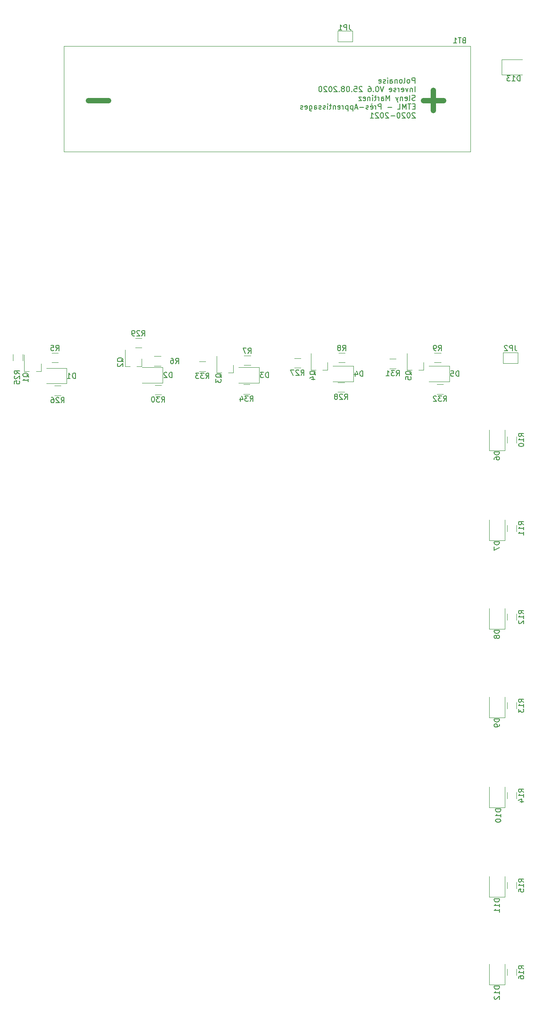
<source format=gbo>
G04 #@! TF.GenerationSoftware,KiCad,Pcbnew,(5.1.6)-1*
G04 #@! TF.CreationDate,2020-08-25T11:11:56+02:00*
G04 #@! TF.ProjectId,projet,70726f6a-6574-42e6-9b69-6361645f7063,rev?*
G04 #@! TF.SameCoordinates,Original*
G04 #@! TF.FileFunction,Legend,Bot*
G04 #@! TF.FilePolarity,Positive*
%FSLAX46Y46*%
G04 Gerber Fmt 4.6, Leading zero omitted, Abs format (unit mm)*
G04 Created by KiCad (PCBNEW (5.1.6)-1) date 2020-08-25 11:11:56*
%MOMM*%
%LPD*%
G01*
G04 APERTURE LIST*
%ADD10C,0.150000*%
%ADD11C,0.120000*%
%ADD12C,1.000000*%
G04 APERTURE END LIST*
D10*
X129458404Y-32966380D02*
X129458404Y-31966380D01*
X129077452Y-31966380D01*
X128982214Y-32014000D01*
X128934595Y-32061619D01*
X128886976Y-32156857D01*
X128886976Y-32299714D01*
X128934595Y-32394952D01*
X128982214Y-32442571D01*
X129077452Y-32490190D01*
X129458404Y-32490190D01*
X128315547Y-32966380D02*
X128410785Y-32918761D01*
X128458404Y-32871142D01*
X128506023Y-32775904D01*
X128506023Y-32490190D01*
X128458404Y-32394952D01*
X128410785Y-32347333D01*
X128315547Y-32299714D01*
X128172690Y-32299714D01*
X128077452Y-32347333D01*
X128029833Y-32394952D01*
X127982214Y-32490190D01*
X127982214Y-32775904D01*
X128029833Y-32871142D01*
X128077452Y-32918761D01*
X128172690Y-32966380D01*
X128315547Y-32966380D01*
X127410785Y-32966380D02*
X127506023Y-32918761D01*
X127553642Y-32823523D01*
X127553642Y-31966380D01*
X126886976Y-32966380D02*
X126982214Y-32918761D01*
X127029833Y-32871142D01*
X127077452Y-32775904D01*
X127077452Y-32490190D01*
X127029833Y-32394952D01*
X126982214Y-32347333D01*
X126886976Y-32299714D01*
X126744119Y-32299714D01*
X126648880Y-32347333D01*
X126601261Y-32394952D01*
X126553642Y-32490190D01*
X126553642Y-32775904D01*
X126601261Y-32871142D01*
X126648880Y-32918761D01*
X126744119Y-32966380D01*
X126886976Y-32966380D01*
X126125071Y-32299714D02*
X126125071Y-32966380D01*
X126125071Y-32394952D02*
X126077452Y-32347333D01*
X125982214Y-32299714D01*
X125839357Y-32299714D01*
X125744119Y-32347333D01*
X125696500Y-32442571D01*
X125696500Y-32966380D01*
X124791738Y-32966380D02*
X124791738Y-32442571D01*
X124839357Y-32347333D01*
X124934595Y-32299714D01*
X125125071Y-32299714D01*
X125220309Y-32347333D01*
X124791738Y-32918761D02*
X124886976Y-32966380D01*
X125125071Y-32966380D01*
X125220309Y-32918761D01*
X125267928Y-32823523D01*
X125267928Y-32728285D01*
X125220309Y-32633047D01*
X125125071Y-32585428D01*
X124886976Y-32585428D01*
X124791738Y-32537809D01*
X124315547Y-32966380D02*
X124315547Y-32299714D01*
X124315547Y-31966380D02*
X124363166Y-32014000D01*
X124315547Y-32061619D01*
X124267928Y-32014000D01*
X124315547Y-31966380D01*
X124315547Y-32061619D01*
X123886976Y-32918761D02*
X123791738Y-32966380D01*
X123601261Y-32966380D01*
X123506023Y-32918761D01*
X123458404Y-32823523D01*
X123458404Y-32775904D01*
X123506023Y-32680666D01*
X123601261Y-32633047D01*
X123744119Y-32633047D01*
X123839357Y-32585428D01*
X123886976Y-32490190D01*
X123886976Y-32442571D01*
X123839357Y-32347333D01*
X123744119Y-32299714D01*
X123601261Y-32299714D01*
X123506023Y-32347333D01*
X122648880Y-32918761D02*
X122744119Y-32966380D01*
X122934595Y-32966380D01*
X123029833Y-32918761D01*
X123077452Y-32823523D01*
X123077452Y-32442571D01*
X123029833Y-32347333D01*
X122934595Y-32299714D01*
X122744119Y-32299714D01*
X122648880Y-32347333D01*
X122601261Y-32442571D01*
X122601261Y-32537809D01*
X123077452Y-32633047D01*
X129458404Y-34616380D02*
X129458404Y-33616380D01*
X128982214Y-33949714D02*
X128982214Y-34616380D01*
X128982214Y-34044952D02*
X128934595Y-33997333D01*
X128839357Y-33949714D01*
X128696500Y-33949714D01*
X128601261Y-33997333D01*
X128553642Y-34092571D01*
X128553642Y-34616380D01*
X128172690Y-33949714D02*
X127934595Y-34616380D01*
X127696500Y-33949714D01*
X126934595Y-34568761D02*
X127029833Y-34616380D01*
X127220309Y-34616380D01*
X127315547Y-34568761D01*
X127363166Y-34473523D01*
X127363166Y-34092571D01*
X127315547Y-33997333D01*
X127220309Y-33949714D01*
X127029833Y-33949714D01*
X126934595Y-33997333D01*
X126886976Y-34092571D01*
X126886976Y-34187809D01*
X127363166Y-34283047D01*
X126458404Y-34616380D02*
X126458404Y-33949714D01*
X126458404Y-34140190D02*
X126410785Y-34044952D01*
X126363166Y-33997333D01*
X126267928Y-33949714D01*
X126172690Y-33949714D01*
X125886976Y-34568761D02*
X125791738Y-34616380D01*
X125601261Y-34616380D01*
X125506023Y-34568761D01*
X125458404Y-34473523D01*
X125458404Y-34425904D01*
X125506023Y-34330666D01*
X125601261Y-34283047D01*
X125744119Y-34283047D01*
X125839357Y-34235428D01*
X125886976Y-34140190D01*
X125886976Y-34092571D01*
X125839357Y-33997333D01*
X125744119Y-33949714D01*
X125601261Y-33949714D01*
X125506023Y-33997333D01*
X124648880Y-34568761D02*
X124744119Y-34616380D01*
X124934595Y-34616380D01*
X125029833Y-34568761D01*
X125077452Y-34473523D01*
X125077452Y-34092571D01*
X125029833Y-33997333D01*
X124934595Y-33949714D01*
X124744119Y-33949714D01*
X124648880Y-33997333D01*
X124601261Y-34092571D01*
X124601261Y-34187809D01*
X125077452Y-34283047D01*
X123553642Y-33616380D02*
X123220309Y-34616380D01*
X122886976Y-33616380D01*
X122363166Y-33616380D02*
X122267928Y-33616380D01*
X122172690Y-33664000D01*
X122125071Y-33711619D01*
X122077452Y-33806857D01*
X122029833Y-33997333D01*
X122029833Y-34235428D01*
X122077452Y-34425904D01*
X122125071Y-34521142D01*
X122172690Y-34568761D01*
X122267928Y-34616380D01*
X122363166Y-34616380D01*
X122458404Y-34568761D01*
X122506023Y-34521142D01*
X122553642Y-34425904D01*
X122601261Y-34235428D01*
X122601261Y-33997333D01*
X122553642Y-33806857D01*
X122506023Y-33711619D01*
X122458404Y-33664000D01*
X122363166Y-33616380D01*
X121601261Y-34521142D02*
X121553642Y-34568761D01*
X121601261Y-34616380D01*
X121648880Y-34568761D01*
X121601261Y-34521142D01*
X121601261Y-34616380D01*
X120696500Y-33616380D02*
X120886976Y-33616380D01*
X120982214Y-33664000D01*
X121029833Y-33711619D01*
X121125071Y-33854476D01*
X121172690Y-34044952D01*
X121172690Y-34425904D01*
X121125071Y-34521142D01*
X121077452Y-34568761D01*
X120982214Y-34616380D01*
X120791738Y-34616380D01*
X120696500Y-34568761D01*
X120648880Y-34521142D01*
X120601261Y-34425904D01*
X120601261Y-34187809D01*
X120648880Y-34092571D01*
X120696500Y-34044952D01*
X120791738Y-33997333D01*
X120982214Y-33997333D01*
X121077452Y-34044952D01*
X121125071Y-34092571D01*
X121172690Y-34187809D01*
X119458404Y-33711619D02*
X119410785Y-33664000D01*
X119315547Y-33616380D01*
X119077452Y-33616380D01*
X118982214Y-33664000D01*
X118934595Y-33711619D01*
X118886976Y-33806857D01*
X118886976Y-33902095D01*
X118934595Y-34044952D01*
X119506023Y-34616380D01*
X118886976Y-34616380D01*
X117982214Y-33616380D02*
X118458404Y-33616380D01*
X118506023Y-34092571D01*
X118458404Y-34044952D01*
X118363166Y-33997333D01*
X118125071Y-33997333D01*
X118029833Y-34044952D01*
X117982214Y-34092571D01*
X117934595Y-34187809D01*
X117934595Y-34425904D01*
X117982214Y-34521142D01*
X118029833Y-34568761D01*
X118125071Y-34616380D01*
X118363166Y-34616380D01*
X118458404Y-34568761D01*
X118506023Y-34521142D01*
X117506023Y-34521142D02*
X117458404Y-34568761D01*
X117506023Y-34616380D01*
X117553642Y-34568761D01*
X117506023Y-34521142D01*
X117506023Y-34616380D01*
X116839357Y-33616380D02*
X116744119Y-33616380D01*
X116648880Y-33664000D01*
X116601261Y-33711619D01*
X116553642Y-33806857D01*
X116506023Y-33997333D01*
X116506023Y-34235428D01*
X116553642Y-34425904D01*
X116601261Y-34521142D01*
X116648880Y-34568761D01*
X116744119Y-34616380D01*
X116839357Y-34616380D01*
X116934595Y-34568761D01*
X116982214Y-34521142D01*
X117029833Y-34425904D01*
X117077452Y-34235428D01*
X117077452Y-33997333D01*
X117029833Y-33806857D01*
X116982214Y-33711619D01*
X116934595Y-33664000D01*
X116839357Y-33616380D01*
X115934595Y-34044952D02*
X116029833Y-33997333D01*
X116077452Y-33949714D01*
X116125071Y-33854476D01*
X116125071Y-33806857D01*
X116077452Y-33711619D01*
X116029833Y-33664000D01*
X115934595Y-33616380D01*
X115744119Y-33616380D01*
X115648880Y-33664000D01*
X115601261Y-33711619D01*
X115553642Y-33806857D01*
X115553642Y-33854476D01*
X115601261Y-33949714D01*
X115648880Y-33997333D01*
X115744119Y-34044952D01*
X115934595Y-34044952D01*
X116029833Y-34092571D01*
X116077452Y-34140190D01*
X116125071Y-34235428D01*
X116125071Y-34425904D01*
X116077452Y-34521142D01*
X116029833Y-34568761D01*
X115934595Y-34616380D01*
X115744119Y-34616380D01*
X115648880Y-34568761D01*
X115601261Y-34521142D01*
X115553642Y-34425904D01*
X115553642Y-34235428D01*
X115601261Y-34140190D01*
X115648880Y-34092571D01*
X115744119Y-34044952D01*
X115125071Y-34521142D02*
X115077452Y-34568761D01*
X115125071Y-34616380D01*
X115172690Y-34568761D01*
X115125071Y-34521142D01*
X115125071Y-34616380D01*
X114696500Y-33711619D02*
X114648880Y-33664000D01*
X114553642Y-33616380D01*
X114315547Y-33616380D01*
X114220309Y-33664000D01*
X114172690Y-33711619D01*
X114125071Y-33806857D01*
X114125071Y-33902095D01*
X114172690Y-34044952D01*
X114744119Y-34616380D01*
X114125071Y-34616380D01*
X113506023Y-33616380D02*
X113410785Y-33616380D01*
X113315547Y-33664000D01*
X113267928Y-33711619D01*
X113220309Y-33806857D01*
X113172690Y-33997333D01*
X113172690Y-34235428D01*
X113220309Y-34425904D01*
X113267928Y-34521142D01*
X113315547Y-34568761D01*
X113410785Y-34616380D01*
X113506023Y-34616380D01*
X113601261Y-34568761D01*
X113648880Y-34521142D01*
X113696500Y-34425904D01*
X113744119Y-34235428D01*
X113744119Y-33997333D01*
X113696500Y-33806857D01*
X113648880Y-33711619D01*
X113601261Y-33664000D01*
X113506023Y-33616380D01*
X112791738Y-33711619D02*
X112744119Y-33664000D01*
X112648880Y-33616380D01*
X112410785Y-33616380D01*
X112315547Y-33664000D01*
X112267928Y-33711619D01*
X112220309Y-33806857D01*
X112220309Y-33902095D01*
X112267928Y-34044952D01*
X112839357Y-34616380D01*
X112220309Y-34616380D01*
X111601261Y-33616380D02*
X111506023Y-33616380D01*
X111410785Y-33664000D01*
X111363166Y-33711619D01*
X111315547Y-33806857D01*
X111267928Y-33997333D01*
X111267928Y-34235428D01*
X111315547Y-34425904D01*
X111363166Y-34521142D01*
X111410785Y-34568761D01*
X111506023Y-34616380D01*
X111601261Y-34616380D01*
X111696500Y-34568761D01*
X111744119Y-34521142D01*
X111791738Y-34425904D01*
X111839357Y-34235428D01*
X111839357Y-33997333D01*
X111791738Y-33806857D01*
X111744119Y-33711619D01*
X111696500Y-33664000D01*
X111601261Y-33616380D01*
X129506023Y-36218761D02*
X129363166Y-36266380D01*
X129125071Y-36266380D01*
X129029833Y-36218761D01*
X128982214Y-36171142D01*
X128934595Y-36075904D01*
X128934595Y-35980666D01*
X128982214Y-35885428D01*
X129029833Y-35837809D01*
X129125071Y-35790190D01*
X129315547Y-35742571D01*
X129410785Y-35694952D01*
X129458404Y-35647333D01*
X129506023Y-35552095D01*
X129506023Y-35456857D01*
X129458404Y-35361619D01*
X129410785Y-35314000D01*
X129315547Y-35266380D01*
X129077452Y-35266380D01*
X128934595Y-35314000D01*
X128363166Y-36266380D02*
X128458404Y-36218761D01*
X128506023Y-36123523D01*
X128506023Y-35266380D01*
X127601261Y-36218761D02*
X127696500Y-36266380D01*
X127886976Y-36266380D01*
X127982214Y-36218761D01*
X128029833Y-36123523D01*
X128029833Y-35742571D01*
X127982214Y-35647333D01*
X127886976Y-35599714D01*
X127696500Y-35599714D01*
X127601261Y-35647333D01*
X127553642Y-35742571D01*
X127553642Y-35837809D01*
X128029833Y-35933047D01*
X127125071Y-35599714D02*
X127125071Y-36266380D01*
X127125071Y-35694952D02*
X127077452Y-35647333D01*
X126982214Y-35599714D01*
X126839357Y-35599714D01*
X126744119Y-35647333D01*
X126696500Y-35742571D01*
X126696500Y-36266380D01*
X126315547Y-35599714D02*
X126077452Y-36266380D01*
X125839357Y-35599714D02*
X126077452Y-36266380D01*
X126172690Y-36504476D01*
X126220309Y-36552095D01*
X126315547Y-36599714D01*
X124696500Y-36266380D02*
X124696500Y-35266380D01*
X124363166Y-35980666D01*
X124029833Y-35266380D01*
X124029833Y-36266380D01*
X123125071Y-36266380D02*
X123125071Y-35742571D01*
X123172690Y-35647333D01*
X123267928Y-35599714D01*
X123458404Y-35599714D01*
X123553642Y-35647333D01*
X123125071Y-36218761D02*
X123220309Y-36266380D01*
X123458404Y-36266380D01*
X123553642Y-36218761D01*
X123601261Y-36123523D01*
X123601261Y-36028285D01*
X123553642Y-35933047D01*
X123458404Y-35885428D01*
X123220309Y-35885428D01*
X123125071Y-35837809D01*
X122648880Y-36266380D02*
X122648880Y-35599714D01*
X122648880Y-35790190D02*
X122601261Y-35694952D01*
X122553642Y-35647333D01*
X122458404Y-35599714D01*
X122363166Y-35599714D01*
X122172690Y-35599714D02*
X121791738Y-35599714D01*
X122029833Y-35266380D02*
X122029833Y-36123523D01*
X121982214Y-36218761D01*
X121886976Y-36266380D01*
X121791738Y-36266380D01*
X121458404Y-36266380D02*
X121458404Y-35599714D01*
X121458404Y-35266380D02*
X121506023Y-35314000D01*
X121458404Y-35361619D01*
X121410785Y-35314000D01*
X121458404Y-35266380D01*
X121458404Y-35361619D01*
X120982214Y-35599714D02*
X120982214Y-36266380D01*
X120982214Y-35694952D02*
X120934595Y-35647333D01*
X120839357Y-35599714D01*
X120696500Y-35599714D01*
X120601261Y-35647333D01*
X120553642Y-35742571D01*
X120553642Y-36266380D01*
X119696500Y-36218761D02*
X119791738Y-36266380D01*
X119982214Y-36266380D01*
X120077452Y-36218761D01*
X120125071Y-36123523D01*
X120125071Y-35742571D01*
X120077452Y-35647333D01*
X119982214Y-35599714D01*
X119791738Y-35599714D01*
X119696500Y-35647333D01*
X119648880Y-35742571D01*
X119648880Y-35837809D01*
X120125071Y-35933047D01*
X119315547Y-35599714D02*
X118791738Y-35599714D01*
X119315547Y-36266380D01*
X118791738Y-36266380D01*
X129458404Y-37392571D02*
X129125071Y-37392571D01*
X128982214Y-37916380D02*
X129458404Y-37916380D01*
X129458404Y-36916380D01*
X128982214Y-36916380D01*
X128696500Y-36916380D02*
X128125071Y-36916380D01*
X128410785Y-37916380D02*
X128410785Y-36916380D01*
X127791738Y-37916380D02*
X127791738Y-36916380D01*
X127458404Y-37630666D01*
X127125071Y-36916380D01*
X127125071Y-37916380D01*
X126172690Y-37916380D02*
X126648880Y-37916380D01*
X126648880Y-36916380D01*
X125077452Y-37535428D02*
X124315547Y-37535428D01*
X123077452Y-37916380D02*
X123077452Y-36916380D01*
X122696500Y-36916380D01*
X122601261Y-36964000D01*
X122553642Y-37011619D01*
X122506023Y-37106857D01*
X122506023Y-37249714D01*
X122553642Y-37344952D01*
X122601261Y-37392571D01*
X122696500Y-37440190D01*
X123077452Y-37440190D01*
X122077452Y-37916380D02*
X122077452Y-37249714D01*
X122077452Y-37440190D02*
X122029833Y-37344952D01*
X121982214Y-37297333D01*
X121886976Y-37249714D01*
X121791738Y-37249714D01*
X121077452Y-37868761D02*
X121172690Y-37916380D01*
X121363166Y-37916380D01*
X121458404Y-37868761D01*
X121506023Y-37773523D01*
X121506023Y-37392571D01*
X121458404Y-37297333D01*
X121363166Y-37249714D01*
X121172690Y-37249714D01*
X121077452Y-37297333D01*
X121029833Y-37392571D01*
X121029833Y-37487809D01*
X121506023Y-37583047D01*
X121363166Y-36868761D02*
X121220309Y-37011619D01*
X120648880Y-37868761D02*
X120553642Y-37916380D01*
X120363166Y-37916380D01*
X120267928Y-37868761D01*
X120220309Y-37773523D01*
X120220309Y-37725904D01*
X120267928Y-37630666D01*
X120363166Y-37583047D01*
X120506023Y-37583047D01*
X120601261Y-37535428D01*
X120648880Y-37440190D01*
X120648880Y-37392571D01*
X120601261Y-37297333D01*
X120506023Y-37249714D01*
X120363166Y-37249714D01*
X120267928Y-37297333D01*
X119791738Y-37535428D02*
X119029833Y-37535428D01*
X118601261Y-37630666D02*
X118125071Y-37630666D01*
X118696500Y-37916380D02*
X118363166Y-36916380D01*
X118029833Y-37916380D01*
X117696500Y-37249714D02*
X117696500Y-38249714D01*
X117696500Y-37297333D02*
X117601261Y-37249714D01*
X117410785Y-37249714D01*
X117315547Y-37297333D01*
X117267928Y-37344952D01*
X117220309Y-37440190D01*
X117220309Y-37725904D01*
X117267928Y-37821142D01*
X117315547Y-37868761D01*
X117410785Y-37916380D01*
X117601261Y-37916380D01*
X117696500Y-37868761D01*
X116791738Y-37249714D02*
X116791738Y-38249714D01*
X116791738Y-37297333D02*
X116696500Y-37249714D01*
X116506023Y-37249714D01*
X116410785Y-37297333D01*
X116363166Y-37344952D01*
X116315547Y-37440190D01*
X116315547Y-37725904D01*
X116363166Y-37821142D01*
X116410785Y-37868761D01*
X116506023Y-37916380D01*
X116696500Y-37916380D01*
X116791738Y-37868761D01*
X115886976Y-37916380D02*
X115886976Y-37249714D01*
X115886976Y-37440190D02*
X115839357Y-37344952D01*
X115791738Y-37297333D01*
X115696500Y-37249714D01*
X115601261Y-37249714D01*
X114886976Y-37868761D02*
X114982214Y-37916380D01*
X115172690Y-37916380D01*
X115267928Y-37868761D01*
X115315547Y-37773523D01*
X115315547Y-37392571D01*
X115267928Y-37297333D01*
X115172690Y-37249714D01*
X114982214Y-37249714D01*
X114886976Y-37297333D01*
X114839357Y-37392571D01*
X114839357Y-37487809D01*
X115315547Y-37583047D01*
X114410785Y-37249714D02*
X114410785Y-37916380D01*
X114410785Y-37344952D02*
X114363166Y-37297333D01*
X114267928Y-37249714D01*
X114125071Y-37249714D01*
X114029833Y-37297333D01*
X113982214Y-37392571D01*
X113982214Y-37916380D01*
X113648880Y-37249714D02*
X113267928Y-37249714D01*
X113506023Y-36916380D02*
X113506023Y-37773523D01*
X113458404Y-37868761D01*
X113363166Y-37916380D01*
X113267928Y-37916380D01*
X112934595Y-37916380D02*
X112934595Y-37249714D01*
X112934595Y-36916380D02*
X112982214Y-36964000D01*
X112934595Y-37011619D01*
X112886976Y-36964000D01*
X112934595Y-36916380D01*
X112934595Y-37011619D01*
X112506023Y-37868761D02*
X112410785Y-37916380D01*
X112220309Y-37916380D01*
X112125071Y-37868761D01*
X112077452Y-37773523D01*
X112077452Y-37725904D01*
X112125071Y-37630666D01*
X112220309Y-37583047D01*
X112363166Y-37583047D01*
X112458404Y-37535428D01*
X112506023Y-37440190D01*
X112506023Y-37392571D01*
X112458404Y-37297333D01*
X112363166Y-37249714D01*
X112220309Y-37249714D01*
X112125071Y-37297333D01*
X111696500Y-37868761D02*
X111601261Y-37916380D01*
X111410785Y-37916380D01*
X111315547Y-37868761D01*
X111267928Y-37773523D01*
X111267928Y-37725904D01*
X111315547Y-37630666D01*
X111410785Y-37583047D01*
X111553642Y-37583047D01*
X111648880Y-37535428D01*
X111696500Y-37440190D01*
X111696500Y-37392571D01*
X111648880Y-37297333D01*
X111553642Y-37249714D01*
X111410785Y-37249714D01*
X111315547Y-37297333D01*
X110410785Y-37916380D02*
X110410785Y-37392571D01*
X110458404Y-37297333D01*
X110553642Y-37249714D01*
X110744119Y-37249714D01*
X110839357Y-37297333D01*
X110410785Y-37868761D02*
X110506023Y-37916380D01*
X110744119Y-37916380D01*
X110839357Y-37868761D01*
X110886976Y-37773523D01*
X110886976Y-37678285D01*
X110839357Y-37583047D01*
X110744119Y-37535428D01*
X110506023Y-37535428D01*
X110410785Y-37487809D01*
X109506023Y-37249714D02*
X109506023Y-38059238D01*
X109553642Y-38154476D01*
X109601261Y-38202095D01*
X109696500Y-38249714D01*
X109839357Y-38249714D01*
X109934595Y-38202095D01*
X109506023Y-37868761D02*
X109601261Y-37916380D01*
X109791738Y-37916380D01*
X109886976Y-37868761D01*
X109934595Y-37821142D01*
X109982214Y-37725904D01*
X109982214Y-37440190D01*
X109934595Y-37344952D01*
X109886976Y-37297333D01*
X109791738Y-37249714D01*
X109601261Y-37249714D01*
X109506023Y-37297333D01*
X108648880Y-37868761D02*
X108744119Y-37916380D01*
X108934595Y-37916380D01*
X109029833Y-37868761D01*
X109077452Y-37773523D01*
X109077452Y-37392571D01*
X109029833Y-37297333D01*
X108934595Y-37249714D01*
X108744119Y-37249714D01*
X108648880Y-37297333D01*
X108601261Y-37392571D01*
X108601261Y-37487809D01*
X109077452Y-37583047D01*
X108220309Y-37868761D02*
X108125071Y-37916380D01*
X107934595Y-37916380D01*
X107839357Y-37868761D01*
X107791738Y-37773523D01*
X107791738Y-37725904D01*
X107839357Y-37630666D01*
X107934595Y-37583047D01*
X108077452Y-37583047D01*
X108172690Y-37535428D01*
X108220309Y-37440190D01*
X108220309Y-37392571D01*
X108172690Y-37297333D01*
X108077452Y-37249714D01*
X107934595Y-37249714D01*
X107839357Y-37297333D01*
X129506023Y-38661619D02*
X129458404Y-38614000D01*
X129363166Y-38566380D01*
X129125071Y-38566380D01*
X129029833Y-38614000D01*
X128982214Y-38661619D01*
X128934595Y-38756857D01*
X128934595Y-38852095D01*
X128982214Y-38994952D01*
X129553642Y-39566380D01*
X128934595Y-39566380D01*
X128315547Y-38566380D02*
X128220309Y-38566380D01*
X128125071Y-38614000D01*
X128077452Y-38661619D01*
X128029833Y-38756857D01*
X127982214Y-38947333D01*
X127982214Y-39185428D01*
X128029833Y-39375904D01*
X128077452Y-39471142D01*
X128125071Y-39518761D01*
X128220309Y-39566380D01*
X128315547Y-39566380D01*
X128410785Y-39518761D01*
X128458404Y-39471142D01*
X128506023Y-39375904D01*
X128553642Y-39185428D01*
X128553642Y-38947333D01*
X128506023Y-38756857D01*
X128458404Y-38661619D01*
X128410785Y-38614000D01*
X128315547Y-38566380D01*
X127601261Y-38661619D02*
X127553642Y-38614000D01*
X127458404Y-38566380D01*
X127220309Y-38566380D01*
X127125071Y-38614000D01*
X127077452Y-38661619D01*
X127029833Y-38756857D01*
X127029833Y-38852095D01*
X127077452Y-38994952D01*
X127648880Y-39566380D01*
X127029833Y-39566380D01*
X126410785Y-38566380D02*
X126315547Y-38566380D01*
X126220309Y-38614000D01*
X126172690Y-38661619D01*
X126125071Y-38756857D01*
X126077452Y-38947333D01*
X126077452Y-39185428D01*
X126125071Y-39375904D01*
X126172690Y-39471142D01*
X126220309Y-39518761D01*
X126315547Y-39566380D01*
X126410785Y-39566380D01*
X126506023Y-39518761D01*
X126553642Y-39471142D01*
X126601261Y-39375904D01*
X126648880Y-39185428D01*
X126648880Y-38947333D01*
X126601261Y-38756857D01*
X126553642Y-38661619D01*
X126506023Y-38614000D01*
X126410785Y-38566380D01*
X125648880Y-39185428D02*
X124886976Y-39185428D01*
X124458404Y-38661619D02*
X124410785Y-38614000D01*
X124315547Y-38566380D01*
X124077452Y-38566380D01*
X123982214Y-38614000D01*
X123934595Y-38661619D01*
X123886976Y-38756857D01*
X123886976Y-38852095D01*
X123934595Y-38994952D01*
X124506023Y-39566380D01*
X123886976Y-39566380D01*
X123267928Y-38566380D02*
X123172690Y-38566380D01*
X123077452Y-38614000D01*
X123029833Y-38661619D01*
X122982214Y-38756857D01*
X122934595Y-38947333D01*
X122934595Y-39185428D01*
X122982214Y-39375904D01*
X123029833Y-39471142D01*
X123077452Y-39518761D01*
X123172690Y-39566380D01*
X123267928Y-39566380D01*
X123363166Y-39518761D01*
X123410785Y-39471142D01*
X123458404Y-39375904D01*
X123506023Y-39185428D01*
X123506023Y-38947333D01*
X123458404Y-38756857D01*
X123410785Y-38661619D01*
X123363166Y-38614000D01*
X123267928Y-38566380D01*
X122553642Y-38661619D02*
X122506023Y-38614000D01*
X122410785Y-38566380D01*
X122172690Y-38566380D01*
X122077452Y-38614000D01*
X122029833Y-38661619D01*
X121982214Y-38756857D01*
X121982214Y-38852095D01*
X122029833Y-38994952D01*
X122601261Y-39566380D01*
X121982214Y-39566380D01*
X121029833Y-39566380D02*
X121601261Y-39566380D01*
X121315547Y-39566380D02*
X121315547Y-38566380D01*
X121410785Y-38709238D01*
X121506023Y-38804476D01*
X121601261Y-38852095D01*
D11*
X145898000Y-28512000D02*
X149783000Y-28512000D01*
X145898000Y-31432000D02*
X145898000Y-28512000D01*
X149783000Y-31432000D02*
X145898000Y-31432000D01*
X96970436Y-90022000D02*
X98174564Y-90022000D01*
X96970436Y-91842000D02*
X98174564Y-91842000D01*
X88600436Y-85698000D02*
X89804564Y-85698000D01*
X88600436Y-87518000D02*
X89804564Y-87518000D01*
X133636936Y-90022000D02*
X134841064Y-90022000D01*
X133636936Y-91842000D02*
X134841064Y-91842000D01*
X124687936Y-85190000D02*
X125892064Y-85190000D01*
X124687936Y-87010000D02*
X125892064Y-87010000D01*
X80206436Y-90149000D02*
X81410564Y-90149000D01*
X80206436Y-91969000D02*
X81410564Y-91969000D01*
X77674564Y-83079000D02*
X76470436Y-83079000D01*
X77674564Y-81259000D02*
X76470436Y-81259000D01*
X114877436Y-89641000D02*
X116081564Y-89641000D01*
X114877436Y-91461000D02*
X116081564Y-91461000D01*
X106622436Y-85069000D02*
X107826564Y-85069000D01*
X106622436Y-86889000D02*
X107826564Y-86889000D01*
X61156436Y-90276000D02*
X62360564Y-90276000D01*
X61156436Y-92096000D02*
X62360564Y-92096000D01*
X55146000Y-84310436D02*
X55146000Y-85514564D01*
X53326000Y-84310436D02*
X53326000Y-85514564D01*
X131120000Y-87260000D02*
X131120000Y-85800000D01*
X127960000Y-87260000D02*
X127960000Y-84100000D01*
X127960000Y-87260000D02*
X128890000Y-87260000D01*
X131120000Y-87260000D02*
X130190000Y-87260000D01*
X112939000Y-87260000D02*
X112939000Y-85800000D01*
X109779000Y-87260000D02*
X109779000Y-84100000D01*
X109779000Y-87260000D02*
X110709000Y-87260000D01*
X112939000Y-87260000D02*
X112009000Y-87260000D01*
X95070000Y-87768000D02*
X95070000Y-86308000D01*
X91910000Y-87768000D02*
X91910000Y-84608000D01*
X91910000Y-87768000D02*
X92840000Y-87768000D01*
X95070000Y-87768000D02*
X94140000Y-87768000D01*
X77719000Y-86588000D02*
X77719000Y-85128000D01*
X74559000Y-86588000D02*
X74559000Y-83428000D01*
X74559000Y-86588000D02*
X75489000Y-86588000D01*
X77719000Y-86588000D02*
X76789000Y-86588000D01*
X58616000Y-87560000D02*
X58616000Y-86100000D01*
X55456000Y-87560000D02*
X55456000Y-84400000D01*
X55456000Y-87560000D02*
X56386000Y-87560000D01*
X58616000Y-87560000D02*
X57686000Y-87560000D01*
X62988000Y-45941000D02*
X139988000Y-45941000D01*
X62988000Y-25941000D02*
X62988000Y-45941000D01*
X139988000Y-25941000D02*
X62988000Y-25941000D01*
X139988000Y-45941000D02*
X139988000Y-25941000D01*
X146918000Y-201860564D02*
X146918000Y-200656436D01*
X148738000Y-201860564D02*
X148738000Y-200656436D01*
X146918000Y-185423564D02*
X146918000Y-184219436D01*
X148738000Y-185423564D02*
X148738000Y-184219436D01*
X146918000Y-168405564D02*
X146918000Y-167201436D01*
X148738000Y-168405564D02*
X148738000Y-167201436D01*
X146918000Y-151387564D02*
X146918000Y-150183436D01*
X148738000Y-151387564D02*
X148738000Y-150183436D01*
X146918000Y-134623564D02*
X146918000Y-133419436D01*
X148738000Y-134623564D02*
X148738000Y-133419436D01*
X146918000Y-117823064D02*
X146918000Y-116618936D01*
X148738000Y-117823064D02*
X148738000Y-116618936D01*
X146918000Y-101095564D02*
X146918000Y-99891436D01*
X148738000Y-101095564D02*
X148738000Y-99891436D01*
X134369564Y-85873000D02*
X133165436Y-85873000D01*
X134369564Y-84053000D02*
X133165436Y-84053000D01*
X116208564Y-85873000D02*
X115004436Y-85873000D01*
X116208564Y-84053000D02*
X115004436Y-84053000D01*
X98301564Y-86381000D02*
X97097436Y-86381000D01*
X98301564Y-84561000D02*
X97097436Y-84561000D01*
X81283564Y-86508000D02*
X80079436Y-86508000D01*
X81283564Y-84688000D02*
X80079436Y-84688000D01*
X61852564Y-85873000D02*
X60648436Y-85873000D01*
X61852564Y-84053000D02*
X60648436Y-84053000D01*
X149011000Y-83963000D02*
X146211000Y-83963000D01*
X146211000Y-83963000D02*
X146211000Y-85963000D01*
X146211000Y-85963000D02*
X149011000Y-85963000D01*
X149011000Y-85963000D02*
X149011000Y-83963000D01*
X114813000Y-25130000D02*
X117613000Y-25130000D01*
X117613000Y-25130000D02*
X117613000Y-23130000D01*
X117613000Y-23130000D02*
X114813000Y-23130000D01*
X114813000Y-23130000D02*
X114813000Y-25130000D01*
X143574000Y-203580000D02*
X143574000Y-199695000D01*
X146494000Y-203580000D02*
X143574000Y-203580000D01*
X146494000Y-199695000D02*
X146494000Y-203580000D01*
X143574000Y-187044000D02*
X143574000Y-183159000D01*
X146494000Y-187044000D02*
X143574000Y-187044000D01*
X146494000Y-183159000D02*
X146494000Y-187044000D01*
X143574000Y-170052000D02*
X143574000Y-166167000D01*
X146494000Y-170052000D02*
X143574000Y-170052000D01*
X146494000Y-166167000D02*
X146494000Y-170052000D01*
X143574000Y-153034000D02*
X143574000Y-149149000D01*
X146494000Y-153034000D02*
X143574000Y-153034000D01*
X146494000Y-149149000D02*
X146494000Y-153034000D01*
X143574000Y-136270000D02*
X143574000Y-132385000D01*
X146494000Y-136270000D02*
X143574000Y-136270000D01*
X146494000Y-132385000D02*
X146494000Y-136270000D01*
X143574000Y-119506000D02*
X143574000Y-115621000D01*
X146494000Y-119506000D02*
X143574000Y-119506000D01*
X146494000Y-115621000D02*
X146494000Y-119506000D01*
X143574000Y-102488000D02*
X143574000Y-98603000D01*
X146494000Y-102488000D02*
X143574000Y-102488000D01*
X146494000Y-98603000D02*
X146494000Y-102488000D01*
X136016000Y-89471000D02*
X132131000Y-89471000D01*
X136016000Y-86551000D02*
X136016000Y-89471000D01*
X132131000Y-86551000D02*
X136016000Y-86551000D01*
X117829000Y-89471000D02*
X113944000Y-89471000D01*
X117829000Y-86551000D02*
X117829000Y-89471000D01*
X113944000Y-86551000D02*
X117829000Y-86551000D01*
X99948000Y-89725000D02*
X96063000Y-89725000D01*
X99948000Y-86805000D02*
X99948000Y-89725000D01*
X96063000Y-86805000D02*
X99948000Y-86805000D01*
X81660000Y-89725000D02*
X77775000Y-89725000D01*
X81660000Y-86805000D02*
X81660000Y-89725000D01*
X77775000Y-86805000D02*
X81660000Y-86805000D01*
X63499000Y-89852000D02*
X59614000Y-89852000D01*
X63499000Y-86932000D02*
X63499000Y-89852000D01*
X59614000Y-86932000D02*
X63499000Y-86932000D01*
D10*
X149397285Y-32569380D02*
X149397285Y-31569380D01*
X149159190Y-31569380D01*
X149016333Y-31617000D01*
X148921095Y-31712238D01*
X148873476Y-31807476D01*
X148825857Y-31997952D01*
X148825857Y-32140809D01*
X148873476Y-32331285D01*
X148921095Y-32426523D01*
X149016333Y-32521761D01*
X149159190Y-32569380D01*
X149397285Y-32569380D01*
X147873476Y-32569380D02*
X148444904Y-32569380D01*
X148159190Y-32569380D02*
X148159190Y-31569380D01*
X148254428Y-31712238D01*
X148349666Y-31807476D01*
X148444904Y-31855095D01*
X147540142Y-31569380D02*
X146921095Y-31569380D01*
X147254428Y-31950333D01*
X147111571Y-31950333D01*
X147016333Y-31997952D01*
X146968714Y-32045571D01*
X146921095Y-32140809D01*
X146921095Y-32378904D01*
X146968714Y-32474142D01*
X147016333Y-32521761D01*
X147111571Y-32569380D01*
X147397285Y-32569380D01*
X147492523Y-32521761D01*
X147540142Y-32474142D01*
X98215357Y-93204380D02*
X98548690Y-92728190D01*
X98786785Y-93204380D02*
X98786785Y-92204380D01*
X98405833Y-92204380D01*
X98310595Y-92252000D01*
X98262976Y-92299619D01*
X98215357Y-92394857D01*
X98215357Y-92537714D01*
X98262976Y-92632952D01*
X98310595Y-92680571D01*
X98405833Y-92728190D01*
X98786785Y-92728190D01*
X97882023Y-92204380D02*
X97262976Y-92204380D01*
X97596309Y-92585333D01*
X97453452Y-92585333D01*
X97358214Y-92632952D01*
X97310595Y-92680571D01*
X97262976Y-92775809D01*
X97262976Y-93013904D01*
X97310595Y-93109142D01*
X97358214Y-93156761D01*
X97453452Y-93204380D01*
X97739166Y-93204380D01*
X97834404Y-93156761D01*
X97882023Y-93109142D01*
X96405833Y-92537714D02*
X96405833Y-93204380D01*
X96643928Y-92156761D02*
X96882023Y-92871047D01*
X96262976Y-92871047D01*
X89845357Y-88880380D02*
X90178690Y-88404190D01*
X90416785Y-88880380D02*
X90416785Y-87880380D01*
X90035833Y-87880380D01*
X89940595Y-87928000D01*
X89892976Y-87975619D01*
X89845357Y-88070857D01*
X89845357Y-88213714D01*
X89892976Y-88308952D01*
X89940595Y-88356571D01*
X90035833Y-88404190D01*
X90416785Y-88404190D01*
X89512023Y-87880380D02*
X88892976Y-87880380D01*
X89226309Y-88261333D01*
X89083452Y-88261333D01*
X88988214Y-88308952D01*
X88940595Y-88356571D01*
X88892976Y-88451809D01*
X88892976Y-88689904D01*
X88940595Y-88785142D01*
X88988214Y-88832761D01*
X89083452Y-88880380D01*
X89369166Y-88880380D01*
X89464404Y-88832761D01*
X89512023Y-88785142D01*
X88559642Y-87880380D02*
X87940595Y-87880380D01*
X88273928Y-88261333D01*
X88131071Y-88261333D01*
X88035833Y-88308952D01*
X87988214Y-88356571D01*
X87940595Y-88451809D01*
X87940595Y-88689904D01*
X87988214Y-88785142D01*
X88035833Y-88832761D01*
X88131071Y-88880380D01*
X88416785Y-88880380D01*
X88512023Y-88832761D01*
X88559642Y-88785142D01*
X134881857Y-93204380D02*
X135215190Y-92728190D01*
X135453285Y-93204380D02*
X135453285Y-92204380D01*
X135072333Y-92204380D01*
X134977095Y-92252000D01*
X134929476Y-92299619D01*
X134881857Y-92394857D01*
X134881857Y-92537714D01*
X134929476Y-92632952D01*
X134977095Y-92680571D01*
X135072333Y-92728190D01*
X135453285Y-92728190D01*
X134548523Y-92204380D02*
X133929476Y-92204380D01*
X134262809Y-92585333D01*
X134119952Y-92585333D01*
X134024714Y-92632952D01*
X133977095Y-92680571D01*
X133929476Y-92775809D01*
X133929476Y-93013904D01*
X133977095Y-93109142D01*
X134024714Y-93156761D01*
X134119952Y-93204380D01*
X134405666Y-93204380D01*
X134500904Y-93156761D01*
X134548523Y-93109142D01*
X133548523Y-92299619D02*
X133500904Y-92252000D01*
X133405666Y-92204380D01*
X133167571Y-92204380D01*
X133072333Y-92252000D01*
X133024714Y-92299619D01*
X132977095Y-92394857D01*
X132977095Y-92490095D01*
X133024714Y-92632952D01*
X133596142Y-93204380D01*
X132977095Y-93204380D01*
X125932857Y-88372380D02*
X126266190Y-87896190D01*
X126504285Y-88372380D02*
X126504285Y-87372380D01*
X126123333Y-87372380D01*
X126028095Y-87420000D01*
X125980476Y-87467619D01*
X125932857Y-87562857D01*
X125932857Y-87705714D01*
X125980476Y-87800952D01*
X126028095Y-87848571D01*
X126123333Y-87896190D01*
X126504285Y-87896190D01*
X125599523Y-87372380D02*
X124980476Y-87372380D01*
X125313809Y-87753333D01*
X125170952Y-87753333D01*
X125075714Y-87800952D01*
X125028095Y-87848571D01*
X124980476Y-87943809D01*
X124980476Y-88181904D01*
X125028095Y-88277142D01*
X125075714Y-88324761D01*
X125170952Y-88372380D01*
X125456666Y-88372380D01*
X125551904Y-88324761D01*
X125599523Y-88277142D01*
X124028095Y-88372380D02*
X124599523Y-88372380D01*
X124313809Y-88372380D02*
X124313809Y-87372380D01*
X124409047Y-87515238D01*
X124504285Y-87610476D01*
X124599523Y-87658095D01*
X81451357Y-93331380D02*
X81784690Y-92855190D01*
X82022785Y-93331380D02*
X82022785Y-92331380D01*
X81641833Y-92331380D01*
X81546595Y-92379000D01*
X81498976Y-92426619D01*
X81451357Y-92521857D01*
X81451357Y-92664714D01*
X81498976Y-92759952D01*
X81546595Y-92807571D01*
X81641833Y-92855190D01*
X82022785Y-92855190D01*
X81118023Y-92331380D02*
X80498976Y-92331380D01*
X80832309Y-92712333D01*
X80689452Y-92712333D01*
X80594214Y-92759952D01*
X80546595Y-92807571D01*
X80498976Y-92902809D01*
X80498976Y-93140904D01*
X80546595Y-93236142D01*
X80594214Y-93283761D01*
X80689452Y-93331380D01*
X80975166Y-93331380D01*
X81070404Y-93283761D01*
X81118023Y-93236142D01*
X79879928Y-92331380D02*
X79784690Y-92331380D01*
X79689452Y-92379000D01*
X79641833Y-92426619D01*
X79594214Y-92521857D01*
X79546595Y-92712333D01*
X79546595Y-92950428D01*
X79594214Y-93140904D01*
X79641833Y-93236142D01*
X79689452Y-93283761D01*
X79784690Y-93331380D01*
X79879928Y-93331380D01*
X79975166Y-93283761D01*
X80022785Y-93236142D01*
X80070404Y-93140904D01*
X80118023Y-92950428D01*
X80118023Y-92712333D01*
X80070404Y-92521857D01*
X80022785Y-92426619D01*
X79975166Y-92379000D01*
X79879928Y-92331380D01*
X77715357Y-80801380D02*
X78048690Y-80325190D01*
X78286785Y-80801380D02*
X78286785Y-79801380D01*
X77905833Y-79801380D01*
X77810595Y-79849000D01*
X77762976Y-79896619D01*
X77715357Y-79991857D01*
X77715357Y-80134714D01*
X77762976Y-80229952D01*
X77810595Y-80277571D01*
X77905833Y-80325190D01*
X78286785Y-80325190D01*
X77334404Y-79896619D02*
X77286785Y-79849000D01*
X77191547Y-79801380D01*
X76953452Y-79801380D01*
X76858214Y-79849000D01*
X76810595Y-79896619D01*
X76762976Y-79991857D01*
X76762976Y-80087095D01*
X76810595Y-80229952D01*
X77382023Y-80801380D01*
X76762976Y-80801380D01*
X76286785Y-80801380D02*
X76096309Y-80801380D01*
X76001071Y-80753761D01*
X75953452Y-80706142D01*
X75858214Y-80563285D01*
X75810595Y-80372809D01*
X75810595Y-79991857D01*
X75858214Y-79896619D01*
X75905833Y-79849000D01*
X76001071Y-79801380D01*
X76191547Y-79801380D01*
X76286785Y-79849000D01*
X76334404Y-79896619D01*
X76382023Y-79991857D01*
X76382023Y-80229952D01*
X76334404Y-80325190D01*
X76286785Y-80372809D01*
X76191547Y-80420428D01*
X76001071Y-80420428D01*
X75905833Y-80372809D01*
X75858214Y-80325190D01*
X75810595Y-80229952D01*
X116122357Y-92823380D02*
X116455690Y-92347190D01*
X116693785Y-92823380D02*
X116693785Y-91823380D01*
X116312833Y-91823380D01*
X116217595Y-91871000D01*
X116169976Y-91918619D01*
X116122357Y-92013857D01*
X116122357Y-92156714D01*
X116169976Y-92251952D01*
X116217595Y-92299571D01*
X116312833Y-92347190D01*
X116693785Y-92347190D01*
X115741404Y-91918619D02*
X115693785Y-91871000D01*
X115598547Y-91823380D01*
X115360452Y-91823380D01*
X115265214Y-91871000D01*
X115217595Y-91918619D01*
X115169976Y-92013857D01*
X115169976Y-92109095D01*
X115217595Y-92251952D01*
X115789023Y-92823380D01*
X115169976Y-92823380D01*
X114598547Y-92251952D02*
X114693785Y-92204333D01*
X114741404Y-92156714D01*
X114789023Y-92061476D01*
X114789023Y-92013857D01*
X114741404Y-91918619D01*
X114693785Y-91871000D01*
X114598547Y-91823380D01*
X114408071Y-91823380D01*
X114312833Y-91871000D01*
X114265214Y-91918619D01*
X114217595Y-92013857D01*
X114217595Y-92061476D01*
X114265214Y-92156714D01*
X114312833Y-92204333D01*
X114408071Y-92251952D01*
X114598547Y-92251952D01*
X114693785Y-92299571D01*
X114741404Y-92347190D01*
X114789023Y-92442428D01*
X114789023Y-92632904D01*
X114741404Y-92728142D01*
X114693785Y-92775761D01*
X114598547Y-92823380D01*
X114408071Y-92823380D01*
X114312833Y-92775761D01*
X114265214Y-92728142D01*
X114217595Y-92632904D01*
X114217595Y-92442428D01*
X114265214Y-92347190D01*
X114312833Y-92299571D01*
X114408071Y-92251952D01*
X107867357Y-88251380D02*
X108200690Y-87775190D01*
X108438785Y-88251380D02*
X108438785Y-87251380D01*
X108057833Y-87251380D01*
X107962595Y-87299000D01*
X107914976Y-87346619D01*
X107867357Y-87441857D01*
X107867357Y-87584714D01*
X107914976Y-87679952D01*
X107962595Y-87727571D01*
X108057833Y-87775190D01*
X108438785Y-87775190D01*
X107486404Y-87346619D02*
X107438785Y-87299000D01*
X107343547Y-87251380D01*
X107105452Y-87251380D01*
X107010214Y-87299000D01*
X106962595Y-87346619D01*
X106914976Y-87441857D01*
X106914976Y-87537095D01*
X106962595Y-87679952D01*
X107534023Y-88251380D01*
X106914976Y-88251380D01*
X106581642Y-87251380D02*
X105914976Y-87251380D01*
X106343547Y-88251380D01*
X62403357Y-93472380D02*
X62736690Y-92996190D01*
X62974785Y-93472380D02*
X62974785Y-92472380D01*
X62593833Y-92472380D01*
X62498595Y-92520000D01*
X62450976Y-92567619D01*
X62403357Y-92662857D01*
X62403357Y-92805714D01*
X62450976Y-92900952D01*
X62498595Y-92948571D01*
X62593833Y-92996190D01*
X62974785Y-92996190D01*
X62022404Y-92567619D02*
X61974785Y-92520000D01*
X61879547Y-92472380D01*
X61641452Y-92472380D01*
X61546214Y-92520000D01*
X61498595Y-92567619D01*
X61450976Y-92662857D01*
X61450976Y-92758095D01*
X61498595Y-92900952D01*
X62070023Y-93472380D01*
X61450976Y-93472380D01*
X60593833Y-92472380D02*
X60784309Y-92472380D01*
X60879547Y-92520000D01*
X60927166Y-92567619D01*
X61022404Y-92710476D01*
X61070023Y-92900952D01*
X61070023Y-93281904D01*
X61022404Y-93377142D01*
X60974785Y-93424761D01*
X60879547Y-93472380D01*
X60689071Y-93472380D01*
X60593833Y-93424761D01*
X60546214Y-93377142D01*
X60498595Y-93281904D01*
X60498595Y-93043809D01*
X60546214Y-92948571D01*
X60593833Y-92900952D01*
X60689071Y-92853333D01*
X60879547Y-92853333D01*
X60974785Y-92900952D01*
X61022404Y-92948571D01*
X61070023Y-93043809D01*
X54554380Y-88003142D02*
X54078190Y-87669809D01*
X54554380Y-87431714D02*
X53554380Y-87431714D01*
X53554380Y-87812666D01*
X53602000Y-87907904D01*
X53649619Y-87955523D01*
X53744857Y-88003142D01*
X53887714Y-88003142D01*
X53982952Y-87955523D01*
X54030571Y-87907904D01*
X54078190Y-87812666D01*
X54078190Y-87431714D01*
X53649619Y-88384095D02*
X53602000Y-88431714D01*
X53554380Y-88526952D01*
X53554380Y-88765047D01*
X53602000Y-88860285D01*
X53649619Y-88907904D01*
X53744857Y-88955523D01*
X53840095Y-88955523D01*
X53982952Y-88907904D01*
X54554380Y-88336476D01*
X54554380Y-88955523D01*
X53554380Y-89860285D02*
X53554380Y-89384095D01*
X54030571Y-89336476D01*
X53982952Y-89384095D01*
X53935333Y-89479333D01*
X53935333Y-89717428D01*
X53982952Y-89812666D01*
X54030571Y-89860285D01*
X54125809Y-89907904D01*
X54363904Y-89907904D01*
X54459142Y-89860285D01*
X54506761Y-89812666D01*
X54554380Y-89717428D01*
X54554380Y-89479333D01*
X54506761Y-89384095D01*
X54459142Y-89336476D01*
X128837619Y-88204761D02*
X128790000Y-88109523D01*
X128694761Y-88014285D01*
X128551904Y-87871428D01*
X128504285Y-87776190D01*
X128504285Y-87680952D01*
X128742380Y-87728571D02*
X128694761Y-87633333D01*
X128599523Y-87538095D01*
X128409047Y-87490476D01*
X128075714Y-87490476D01*
X127885238Y-87538095D01*
X127790000Y-87633333D01*
X127742380Y-87728571D01*
X127742380Y-87919047D01*
X127790000Y-88014285D01*
X127885238Y-88109523D01*
X128075714Y-88157142D01*
X128409047Y-88157142D01*
X128599523Y-88109523D01*
X128694761Y-88014285D01*
X128742380Y-87919047D01*
X128742380Y-87728571D01*
X127742380Y-89061904D02*
X127742380Y-88585714D01*
X128218571Y-88538095D01*
X128170952Y-88585714D01*
X128123333Y-88680952D01*
X128123333Y-88919047D01*
X128170952Y-89014285D01*
X128218571Y-89061904D01*
X128313809Y-89109523D01*
X128551904Y-89109523D01*
X128647142Y-89061904D01*
X128694761Y-89014285D01*
X128742380Y-88919047D01*
X128742380Y-88680952D01*
X128694761Y-88585714D01*
X128647142Y-88538095D01*
X110656619Y-88204761D02*
X110609000Y-88109523D01*
X110513761Y-88014285D01*
X110370904Y-87871428D01*
X110323285Y-87776190D01*
X110323285Y-87680952D01*
X110561380Y-87728571D02*
X110513761Y-87633333D01*
X110418523Y-87538095D01*
X110228047Y-87490476D01*
X109894714Y-87490476D01*
X109704238Y-87538095D01*
X109609000Y-87633333D01*
X109561380Y-87728571D01*
X109561380Y-87919047D01*
X109609000Y-88014285D01*
X109704238Y-88109523D01*
X109894714Y-88157142D01*
X110228047Y-88157142D01*
X110418523Y-88109523D01*
X110513761Y-88014285D01*
X110561380Y-87919047D01*
X110561380Y-87728571D01*
X109894714Y-89014285D02*
X110561380Y-89014285D01*
X109513761Y-88776190D02*
X110228047Y-88538095D01*
X110228047Y-89157142D01*
X92837619Y-88712761D02*
X92790000Y-88617523D01*
X92694761Y-88522285D01*
X92551904Y-88379428D01*
X92504285Y-88284190D01*
X92504285Y-88188952D01*
X92742380Y-88236571D02*
X92694761Y-88141333D01*
X92599523Y-88046095D01*
X92409047Y-87998476D01*
X92075714Y-87998476D01*
X91885238Y-88046095D01*
X91790000Y-88141333D01*
X91742380Y-88236571D01*
X91742380Y-88427047D01*
X91790000Y-88522285D01*
X91885238Y-88617523D01*
X92075714Y-88665142D01*
X92409047Y-88665142D01*
X92599523Y-88617523D01*
X92694761Y-88522285D01*
X92742380Y-88427047D01*
X92742380Y-88236571D01*
X91742380Y-88998476D02*
X91742380Y-89617523D01*
X92123333Y-89284190D01*
X92123333Y-89427047D01*
X92170952Y-89522285D01*
X92218571Y-89569904D01*
X92313809Y-89617523D01*
X92551904Y-89617523D01*
X92647142Y-89569904D01*
X92694761Y-89522285D01*
X92742380Y-89427047D01*
X92742380Y-89141333D01*
X92694761Y-89046095D01*
X92647142Y-88998476D01*
X74186619Y-85732761D02*
X74139000Y-85637523D01*
X74043761Y-85542285D01*
X73900904Y-85399428D01*
X73853285Y-85304190D01*
X73853285Y-85208952D01*
X74091380Y-85256571D02*
X74043761Y-85161333D01*
X73948523Y-85066095D01*
X73758047Y-85018476D01*
X73424714Y-85018476D01*
X73234238Y-85066095D01*
X73139000Y-85161333D01*
X73091380Y-85256571D01*
X73091380Y-85447047D01*
X73139000Y-85542285D01*
X73234238Y-85637523D01*
X73424714Y-85685142D01*
X73758047Y-85685142D01*
X73948523Y-85637523D01*
X74043761Y-85542285D01*
X74091380Y-85447047D01*
X74091380Y-85256571D01*
X73186619Y-86066095D02*
X73139000Y-86113714D01*
X73091380Y-86208952D01*
X73091380Y-86447047D01*
X73139000Y-86542285D01*
X73186619Y-86589904D01*
X73281857Y-86637523D01*
X73377095Y-86637523D01*
X73519952Y-86589904D01*
X74091380Y-86018476D01*
X74091380Y-86637523D01*
X56283619Y-88604761D02*
X56236000Y-88509523D01*
X56140761Y-88414285D01*
X55997904Y-88271428D01*
X55950285Y-88176190D01*
X55950285Y-88080952D01*
X56188380Y-88128571D02*
X56140761Y-88033333D01*
X56045523Y-87938095D01*
X55855047Y-87890476D01*
X55521714Y-87890476D01*
X55331238Y-87938095D01*
X55236000Y-88033333D01*
X55188380Y-88128571D01*
X55188380Y-88319047D01*
X55236000Y-88414285D01*
X55331238Y-88509523D01*
X55521714Y-88557142D01*
X55855047Y-88557142D01*
X56045523Y-88509523D01*
X56140761Y-88414285D01*
X56188380Y-88319047D01*
X56188380Y-88128571D01*
X56188380Y-89509523D02*
X56188380Y-88938095D01*
X56188380Y-89223809D02*
X55188380Y-89223809D01*
X55331238Y-89128571D01*
X55426476Y-89033333D01*
X55474095Y-88938095D01*
X138773714Y-24869571D02*
X138630857Y-24917190D01*
X138583238Y-24964809D01*
X138535619Y-25060047D01*
X138535619Y-25202904D01*
X138583238Y-25298142D01*
X138630857Y-25345761D01*
X138726095Y-25393380D01*
X139107047Y-25393380D01*
X139107047Y-24393380D01*
X138773714Y-24393380D01*
X138678476Y-24441000D01*
X138630857Y-24488619D01*
X138583238Y-24583857D01*
X138583238Y-24679095D01*
X138630857Y-24774333D01*
X138678476Y-24821952D01*
X138773714Y-24869571D01*
X139107047Y-24869571D01*
X138249904Y-24393380D02*
X137678476Y-24393380D01*
X137964190Y-25393380D02*
X137964190Y-24393380D01*
X136821333Y-25393380D02*
X137392761Y-25393380D01*
X137107047Y-25393380D02*
X137107047Y-24393380D01*
X137202285Y-24536238D01*
X137297523Y-24631476D01*
X137392761Y-24679095D01*
D12*
X71392761Y-36298142D02*
X67583238Y-36298142D01*
X134892761Y-36298142D02*
X131083238Y-36298142D01*
X132988000Y-38202904D02*
X132988000Y-34393380D01*
D10*
X150100380Y-200615642D02*
X149624190Y-200282309D01*
X150100380Y-200044214D02*
X149100380Y-200044214D01*
X149100380Y-200425166D01*
X149148000Y-200520404D01*
X149195619Y-200568023D01*
X149290857Y-200615642D01*
X149433714Y-200615642D01*
X149528952Y-200568023D01*
X149576571Y-200520404D01*
X149624190Y-200425166D01*
X149624190Y-200044214D01*
X150100380Y-201568023D02*
X150100380Y-200996595D01*
X150100380Y-201282309D02*
X149100380Y-201282309D01*
X149243238Y-201187071D01*
X149338476Y-201091833D01*
X149386095Y-200996595D01*
X149100380Y-202425166D02*
X149100380Y-202234690D01*
X149148000Y-202139452D01*
X149195619Y-202091833D01*
X149338476Y-201996595D01*
X149528952Y-201948976D01*
X149909904Y-201948976D01*
X150005142Y-201996595D01*
X150052761Y-202044214D01*
X150100380Y-202139452D01*
X150100380Y-202329928D01*
X150052761Y-202425166D01*
X150005142Y-202472785D01*
X149909904Y-202520404D01*
X149671809Y-202520404D01*
X149576571Y-202472785D01*
X149528952Y-202425166D01*
X149481333Y-202329928D01*
X149481333Y-202139452D01*
X149528952Y-202044214D01*
X149576571Y-201996595D01*
X149671809Y-201948976D01*
X150100380Y-184178642D02*
X149624190Y-183845309D01*
X150100380Y-183607214D02*
X149100380Y-183607214D01*
X149100380Y-183988166D01*
X149148000Y-184083404D01*
X149195619Y-184131023D01*
X149290857Y-184178642D01*
X149433714Y-184178642D01*
X149528952Y-184131023D01*
X149576571Y-184083404D01*
X149624190Y-183988166D01*
X149624190Y-183607214D01*
X150100380Y-185131023D02*
X150100380Y-184559595D01*
X150100380Y-184845309D02*
X149100380Y-184845309D01*
X149243238Y-184750071D01*
X149338476Y-184654833D01*
X149386095Y-184559595D01*
X149100380Y-186035785D02*
X149100380Y-185559595D01*
X149576571Y-185511976D01*
X149528952Y-185559595D01*
X149481333Y-185654833D01*
X149481333Y-185892928D01*
X149528952Y-185988166D01*
X149576571Y-186035785D01*
X149671809Y-186083404D01*
X149909904Y-186083404D01*
X150005142Y-186035785D01*
X150052761Y-185988166D01*
X150100380Y-185892928D01*
X150100380Y-185654833D01*
X150052761Y-185559595D01*
X150005142Y-185511976D01*
X150100380Y-167160642D02*
X149624190Y-166827309D01*
X150100380Y-166589214D02*
X149100380Y-166589214D01*
X149100380Y-166970166D01*
X149148000Y-167065404D01*
X149195619Y-167113023D01*
X149290857Y-167160642D01*
X149433714Y-167160642D01*
X149528952Y-167113023D01*
X149576571Y-167065404D01*
X149624190Y-166970166D01*
X149624190Y-166589214D01*
X150100380Y-168113023D02*
X150100380Y-167541595D01*
X150100380Y-167827309D02*
X149100380Y-167827309D01*
X149243238Y-167732071D01*
X149338476Y-167636833D01*
X149386095Y-167541595D01*
X149433714Y-168970166D02*
X150100380Y-168970166D01*
X149052761Y-168732071D02*
X149767047Y-168493976D01*
X149767047Y-169113023D01*
X150100380Y-150142642D02*
X149624190Y-149809309D01*
X150100380Y-149571214D02*
X149100380Y-149571214D01*
X149100380Y-149952166D01*
X149148000Y-150047404D01*
X149195619Y-150095023D01*
X149290857Y-150142642D01*
X149433714Y-150142642D01*
X149528952Y-150095023D01*
X149576571Y-150047404D01*
X149624190Y-149952166D01*
X149624190Y-149571214D01*
X150100380Y-151095023D02*
X150100380Y-150523595D01*
X150100380Y-150809309D02*
X149100380Y-150809309D01*
X149243238Y-150714071D01*
X149338476Y-150618833D01*
X149386095Y-150523595D01*
X149100380Y-151428357D02*
X149100380Y-152047404D01*
X149481333Y-151714071D01*
X149481333Y-151856928D01*
X149528952Y-151952166D01*
X149576571Y-151999785D01*
X149671809Y-152047404D01*
X149909904Y-152047404D01*
X150005142Y-151999785D01*
X150052761Y-151952166D01*
X150100380Y-151856928D01*
X150100380Y-151571214D01*
X150052761Y-151475976D01*
X150005142Y-151428357D01*
X150100380Y-133378642D02*
X149624190Y-133045309D01*
X150100380Y-132807214D02*
X149100380Y-132807214D01*
X149100380Y-133188166D01*
X149148000Y-133283404D01*
X149195619Y-133331023D01*
X149290857Y-133378642D01*
X149433714Y-133378642D01*
X149528952Y-133331023D01*
X149576571Y-133283404D01*
X149624190Y-133188166D01*
X149624190Y-132807214D01*
X150100380Y-134331023D02*
X150100380Y-133759595D01*
X150100380Y-134045309D02*
X149100380Y-134045309D01*
X149243238Y-133950071D01*
X149338476Y-133854833D01*
X149386095Y-133759595D01*
X149195619Y-134711976D02*
X149148000Y-134759595D01*
X149100380Y-134854833D01*
X149100380Y-135092928D01*
X149148000Y-135188166D01*
X149195619Y-135235785D01*
X149290857Y-135283404D01*
X149386095Y-135283404D01*
X149528952Y-135235785D01*
X150100380Y-134664357D01*
X150100380Y-135283404D01*
X150100380Y-116578142D02*
X149624190Y-116244809D01*
X150100380Y-116006714D02*
X149100380Y-116006714D01*
X149100380Y-116387666D01*
X149148000Y-116482904D01*
X149195619Y-116530523D01*
X149290857Y-116578142D01*
X149433714Y-116578142D01*
X149528952Y-116530523D01*
X149576571Y-116482904D01*
X149624190Y-116387666D01*
X149624190Y-116006714D01*
X150100380Y-117530523D02*
X150100380Y-116959095D01*
X150100380Y-117244809D02*
X149100380Y-117244809D01*
X149243238Y-117149571D01*
X149338476Y-117054333D01*
X149386095Y-116959095D01*
X150100380Y-118482904D02*
X150100380Y-117911476D01*
X150100380Y-118197190D02*
X149100380Y-118197190D01*
X149243238Y-118101952D01*
X149338476Y-118006714D01*
X149386095Y-117911476D01*
X150100380Y-99850642D02*
X149624190Y-99517309D01*
X150100380Y-99279214D02*
X149100380Y-99279214D01*
X149100380Y-99660166D01*
X149148000Y-99755404D01*
X149195619Y-99803023D01*
X149290857Y-99850642D01*
X149433714Y-99850642D01*
X149528952Y-99803023D01*
X149576571Y-99755404D01*
X149624190Y-99660166D01*
X149624190Y-99279214D01*
X150100380Y-100803023D02*
X150100380Y-100231595D01*
X150100380Y-100517309D02*
X149100380Y-100517309D01*
X149243238Y-100422071D01*
X149338476Y-100326833D01*
X149386095Y-100231595D01*
X149100380Y-101422071D02*
X149100380Y-101517309D01*
X149148000Y-101612547D01*
X149195619Y-101660166D01*
X149290857Y-101707785D01*
X149481333Y-101755404D01*
X149719428Y-101755404D01*
X149909904Y-101707785D01*
X150005142Y-101660166D01*
X150052761Y-101612547D01*
X150100380Y-101517309D01*
X150100380Y-101422071D01*
X150052761Y-101326833D01*
X150005142Y-101279214D01*
X149909904Y-101231595D01*
X149719428Y-101183976D01*
X149481333Y-101183976D01*
X149290857Y-101231595D01*
X149195619Y-101279214D01*
X149148000Y-101326833D01*
X149100380Y-101422071D01*
X133934166Y-83595380D02*
X134267500Y-83119190D01*
X134505595Y-83595380D02*
X134505595Y-82595380D01*
X134124642Y-82595380D01*
X134029404Y-82643000D01*
X133981785Y-82690619D01*
X133934166Y-82785857D01*
X133934166Y-82928714D01*
X133981785Y-83023952D01*
X134029404Y-83071571D01*
X134124642Y-83119190D01*
X134505595Y-83119190D01*
X133457976Y-83595380D02*
X133267500Y-83595380D01*
X133172261Y-83547761D01*
X133124642Y-83500142D01*
X133029404Y-83357285D01*
X132981785Y-83166809D01*
X132981785Y-82785857D01*
X133029404Y-82690619D01*
X133077023Y-82643000D01*
X133172261Y-82595380D01*
X133362738Y-82595380D01*
X133457976Y-82643000D01*
X133505595Y-82690619D01*
X133553214Y-82785857D01*
X133553214Y-83023952D01*
X133505595Y-83119190D01*
X133457976Y-83166809D01*
X133362738Y-83214428D01*
X133172261Y-83214428D01*
X133077023Y-83166809D01*
X133029404Y-83119190D01*
X132981785Y-83023952D01*
X115773166Y-83595380D02*
X116106500Y-83119190D01*
X116344595Y-83595380D02*
X116344595Y-82595380D01*
X115963642Y-82595380D01*
X115868404Y-82643000D01*
X115820785Y-82690619D01*
X115773166Y-82785857D01*
X115773166Y-82928714D01*
X115820785Y-83023952D01*
X115868404Y-83071571D01*
X115963642Y-83119190D01*
X116344595Y-83119190D01*
X115201738Y-83023952D02*
X115296976Y-82976333D01*
X115344595Y-82928714D01*
X115392214Y-82833476D01*
X115392214Y-82785857D01*
X115344595Y-82690619D01*
X115296976Y-82643000D01*
X115201738Y-82595380D01*
X115011261Y-82595380D01*
X114916023Y-82643000D01*
X114868404Y-82690619D01*
X114820785Y-82785857D01*
X114820785Y-82833476D01*
X114868404Y-82928714D01*
X114916023Y-82976333D01*
X115011261Y-83023952D01*
X115201738Y-83023952D01*
X115296976Y-83071571D01*
X115344595Y-83119190D01*
X115392214Y-83214428D01*
X115392214Y-83404904D01*
X115344595Y-83500142D01*
X115296976Y-83547761D01*
X115201738Y-83595380D01*
X115011261Y-83595380D01*
X114916023Y-83547761D01*
X114868404Y-83500142D01*
X114820785Y-83404904D01*
X114820785Y-83214428D01*
X114868404Y-83119190D01*
X114916023Y-83071571D01*
X115011261Y-83023952D01*
X97866166Y-84103380D02*
X98199500Y-83627190D01*
X98437595Y-84103380D02*
X98437595Y-83103380D01*
X98056642Y-83103380D01*
X97961404Y-83151000D01*
X97913785Y-83198619D01*
X97866166Y-83293857D01*
X97866166Y-83436714D01*
X97913785Y-83531952D01*
X97961404Y-83579571D01*
X98056642Y-83627190D01*
X98437595Y-83627190D01*
X97532833Y-83103380D02*
X96866166Y-83103380D01*
X97294738Y-84103380D01*
X84113666Y-86050380D02*
X84447000Y-85574190D01*
X84685095Y-86050380D02*
X84685095Y-85050380D01*
X84304142Y-85050380D01*
X84208904Y-85098000D01*
X84161285Y-85145619D01*
X84113666Y-85240857D01*
X84113666Y-85383714D01*
X84161285Y-85478952D01*
X84208904Y-85526571D01*
X84304142Y-85574190D01*
X84685095Y-85574190D01*
X83256523Y-85050380D02*
X83447000Y-85050380D01*
X83542238Y-85098000D01*
X83589857Y-85145619D01*
X83685095Y-85288476D01*
X83732714Y-85478952D01*
X83732714Y-85859904D01*
X83685095Y-85955142D01*
X83637476Y-86002761D01*
X83542238Y-86050380D01*
X83351761Y-86050380D01*
X83256523Y-86002761D01*
X83208904Y-85955142D01*
X83161285Y-85859904D01*
X83161285Y-85621809D01*
X83208904Y-85526571D01*
X83256523Y-85478952D01*
X83351761Y-85431333D01*
X83542238Y-85431333D01*
X83637476Y-85478952D01*
X83685095Y-85526571D01*
X83732714Y-85621809D01*
X61417166Y-83595380D02*
X61750500Y-83119190D01*
X61988595Y-83595380D02*
X61988595Y-82595380D01*
X61607642Y-82595380D01*
X61512404Y-82643000D01*
X61464785Y-82690619D01*
X61417166Y-82785857D01*
X61417166Y-82928714D01*
X61464785Y-83023952D01*
X61512404Y-83071571D01*
X61607642Y-83119190D01*
X61988595Y-83119190D01*
X60512404Y-82595380D02*
X60988595Y-82595380D01*
X61036214Y-83071571D01*
X60988595Y-83023952D01*
X60893357Y-82976333D01*
X60655261Y-82976333D01*
X60560023Y-83023952D01*
X60512404Y-83071571D01*
X60464785Y-83166809D01*
X60464785Y-83404904D01*
X60512404Y-83500142D01*
X60560023Y-83547761D01*
X60655261Y-83595380D01*
X60893357Y-83595380D01*
X60988595Y-83547761D01*
X61036214Y-83500142D01*
X148444333Y-82615380D02*
X148444333Y-83329666D01*
X148491952Y-83472523D01*
X148587190Y-83567761D01*
X148730047Y-83615380D01*
X148825285Y-83615380D01*
X147968142Y-83615380D02*
X147968142Y-82615380D01*
X147587190Y-82615380D01*
X147491952Y-82663000D01*
X147444333Y-82710619D01*
X147396714Y-82805857D01*
X147396714Y-82948714D01*
X147444333Y-83043952D01*
X147491952Y-83091571D01*
X147587190Y-83139190D01*
X147968142Y-83139190D01*
X147015761Y-82710619D02*
X146968142Y-82663000D01*
X146872904Y-82615380D01*
X146634809Y-82615380D01*
X146539571Y-82663000D01*
X146491952Y-82710619D01*
X146444333Y-82805857D01*
X146444333Y-82901095D01*
X146491952Y-83043952D01*
X147063380Y-83615380D01*
X146444333Y-83615380D01*
X117038333Y-21931380D02*
X117038333Y-22645666D01*
X117085952Y-22788523D01*
X117181190Y-22883761D01*
X117324047Y-22931380D01*
X117419285Y-22931380D01*
X116562142Y-22931380D02*
X116562142Y-21931380D01*
X116181190Y-21931380D01*
X116085952Y-21979000D01*
X116038333Y-22026619D01*
X115990714Y-22121857D01*
X115990714Y-22264714D01*
X116038333Y-22359952D01*
X116085952Y-22407571D01*
X116181190Y-22455190D01*
X116562142Y-22455190D01*
X115038333Y-22931380D02*
X115609761Y-22931380D01*
X115324047Y-22931380D02*
X115324047Y-21931380D01*
X115419285Y-22074238D01*
X115514523Y-22169476D01*
X115609761Y-22217095D01*
X145486380Y-203890714D02*
X144486380Y-203890714D01*
X144486380Y-204128809D01*
X144534000Y-204271666D01*
X144629238Y-204366904D01*
X144724476Y-204414523D01*
X144914952Y-204462142D01*
X145057809Y-204462142D01*
X145248285Y-204414523D01*
X145343523Y-204366904D01*
X145438761Y-204271666D01*
X145486380Y-204128809D01*
X145486380Y-203890714D01*
X145486380Y-205414523D02*
X145486380Y-204843095D01*
X145486380Y-205128809D02*
X144486380Y-205128809D01*
X144629238Y-205033571D01*
X144724476Y-204938333D01*
X144772095Y-204843095D01*
X144581619Y-205795476D02*
X144534000Y-205843095D01*
X144486380Y-205938333D01*
X144486380Y-206176428D01*
X144534000Y-206271666D01*
X144581619Y-206319285D01*
X144676857Y-206366904D01*
X144772095Y-206366904D01*
X144914952Y-206319285D01*
X145486380Y-205747857D01*
X145486380Y-206366904D01*
X145486380Y-187380714D02*
X144486380Y-187380714D01*
X144486380Y-187618809D01*
X144534000Y-187761666D01*
X144629238Y-187856904D01*
X144724476Y-187904523D01*
X144914952Y-187952142D01*
X145057809Y-187952142D01*
X145248285Y-187904523D01*
X145343523Y-187856904D01*
X145438761Y-187761666D01*
X145486380Y-187618809D01*
X145486380Y-187380714D01*
X145486380Y-188904523D02*
X145486380Y-188333095D01*
X145486380Y-188618809D02*
X144486380Y-188618809D01*
X144629238Y-188523571D01*
X144724476Y-188428333D01*
X144772095Y-188333095D01*
X145486380Y-189856904D02*
X145486380Y-189285476D01*
X145486380Y-189571190D02*
X144486380Y-189571190D01*
X144629238Y-189475952D01*
X144724476Y-189380714D01*
X144772095Y-189285476D01*
X145740380Y-170362714D02*
X144740380Y-170362714D01*
X144740380Y-170600809D01*
X144788000Y-170743666D01*
X144883238Y-170838904D01*
X144978476Y-170886523D01*
X145168952Y-170934142D01*
X145311809Y-170934142D01*
X145502285Y-170886523D01*
X145597523Y-170838904D01*
X145692761Y-170743666D01*
X145740380Y-170600809D01*
X145740380Y-170362714D01*
X145740380Y-171886523D02*
X145740380Y-171315095D01*
X145740380Y-171600809D02*
X144740380Y-171600809D01*
X144883238Y-171505571D01*
X144978476Y-171410333D01*
X145026095Y-171315095D01*
X144740380Y-172505571D02*
X144740380Y-172600809D01*
X144788000Y-172696047D01*
X144835619Y-172743666D01*
X144930857Y-172791285D01*
X145121333Y-172838904D01*
X145359428Y-172838904D01*
X145549904Y-172791285D01*
X145645142Y-172743666D01*
X145692761Y-172696047D01*
X145740380Y-172600809D01*
X145740380Y-172505571D01*
X145692761Y-172410333D01*
X145645142Y-172362714D01*
X145549904Y-172315095D01*
X145359428Y-172267476D01*
X145121333Y-172267476D01*
X144930857Y-172315095D01*
X144835619Y-172362714D01*
X144788000Y-172410333D01*
X144740380Y-172505571D01*
X145486380Y-153312904D02*
X144486380Y-153312904D01*
X144486380Y-153551000D01*
X144534000Y-153693857D01*
X144629238Y-153789095D01*
X144724476Y-153836714D01*
X144914952Y-153884333D01*
X145057809Y-153884333D01*
X145248285Y-153836714D01*
X145343523Y-153789095D01*
X145438761Y-153693857D01*
X145486380Y-153551000D01*
X145486380Y-153312904D01*
X145486380Y-154360523D02*
X145486380Y-154551000D01*
X145438761Y-154646238D01*
X145391142Y-154693857D01*
X145248285Y-154789095D01*
X145057809Y-154836714D01*
X144676857Y-154836714D01*
X144581619Y-154789095D01*
X144534000Y-154741476D01*
X144486380Y-154646238D01*
X144486380Y-154455761D01*
X144534000Y-154360523D01*
X144581619Y-154312904D01*
X144676857Y-154265285D01*
X144914952Y-154265285D01*
X145010190Y-154312904D01*
X145057809Y-154360523D01*
X145105428Y-154455761D01*
X145105428Y-154646238D01*
X145057809Y-154741476D01*
X145010190Y-154789095D01*
X144914952Y-154836714D01*
X145486380Y-136548904D02*
X144486380Y-136548904D01*
X144486380Y-136787000D01*
X144534000Y-136929857D01*
X144629238Y-137025095D01*
X144724476Y-137072714D01*
X144914952Y-137120333D01*
X145057809Y-137120333D01*
X145248285Y-137072714D01*
X145343523Y-137025095D01*
X145438761Y-136929857D01*
X145486380Y-136787000D01*
X145486380Y-136548904D01*
X144914952Y-137691761D02*
X144867333Y-137596523D01*
X144819714Y-137548904D01*
X144724476Y-137501285D01*
X144676857Y-137501285D01*
X144581619Y-137548904D01*
X144534000Y-137596523D01*
X144486380Y-137691761D01*
X144486380Y-137882238D01*
X144534000Y-137977476D01*
X144581619Y-138025095D01*
X144676857Y-138072714D01*
X144724476Y-138072714D01*
X144819714Y-138025095D01*
X144867333Y-137977476D01*
X144914952Y-137882238D01*
X144914952Y-137691761D01*
X144962571Y-137596523D01*
X145010190Y-137548904D01*
X145105428Y-137501285D01*
X145295904Y-137501285D01*
X145391142Y-137548904D01*
X145438761Y-137596523D01*
X145486380Y-137691761D01*
X145486380Y-137882238D01*
X145438761Y-137977476D01*
X145391142Y-138025095D01*
X145295904Y-138072714D01*
X145105428Y-138072714D01*
X145010190Y-138025095D01*
X144962571Y-137977476D01*
X144914952Y-137882238D01*
X145486380Y-119784904D02*
X144486380Y-119784904D01*
X144486380Y-120023000D01*
X144534000Y-120165857D01*
X144629238Y-120261095D01*
X144724476Y-120308714D01*
X144914952Y-120356333D01*
X145057809Y-120356333D01*
X145248285Y-120308714D01*
X145343523Y-120261095D01*
X145438761Y-120165857D01*
X145486380Y-120023000D01*
X145486380Y-119784904D01*
X144486380Y-120689666D02*
X144486380Y-121356333D01*
X145486380Y-120927761D01*
X145486380Y-102766904D02*
X144486380Y-102766904D01*
X144486380Y-103005000D01*
X144534000Y-103147857D01*
X144629238Y-103243095D01*
X144724476Y-103290714D01*
X144914952Y-103338333D01*
X145057809Y-103338333D01*
X145248285Y-103290714D01*
X145343523Y-103243095D01*
X145438761Y-103147857D01*
X145486380Y-103005000D01*
X145486380Y-102766904D01*
X144486380Y-104195476D02*
X144486380Y-104005000D01*
X144534000Y-103909761D01*
X144581619Y-103862142D01*
X144724476Y-103766904D01*
X144914952Y-103719285D01*
X145295904Y-103719285D01*
X145391142Y-103766904D01*
X145438761Y-103814523D01*
X145486380Y-103909761D01*
X145486380Y-104100238D01*
X145438761Y-104195476D01*
X145391142Y-104243095D01*
X145295904Y-104290714D01*
X145057809Y-104290714D01*
X144962571Y-104243095D01*
X144914952Y-104195476D01*
X144867333Y-104100238D01*
X144867333Y-103909761D01*
X144914952Y-103814523D01*
X144962571Y-103766904D01*
X145057809Y-103719285D01*
X137771095Y-88463380D02*
X137771095Y-87463380D01*
X137533000Y-87463380D01*
X137390142Y-87511000D01*
X137294904Y-87606238D01*
X137247285Y-87701476D01*
X137199666Y-87891952D01*
X137199666Y-88034809D01*
X137247285Y-88225285D01*
X137294904Y-88320523D01*
X137390142Y-88415761D01*
X137533000Y-88463380D01*
X137771095Y-88463380D01*
X136294904Y-87463380D02*
X136771095Y-87463380D01*
X136818714Y-87939571D01*
X136771095Y-87891952D01*
X136675857Y-87844333D01*
X136437761Y-87844333D01*
X136342523Y-87891952D01*
X136294904Y-87939571D01*
X136247285Y-88034809D01*
X136247285Y-88272904D01*
X136294904Y-88368142D01*
X136342523Y-88415761D01*
X136437761Y-88463380D01*
X136675857Y-88463380D01*
X136771095Y-88415761D01*
X136818714Y-88368142D01*
X119584095Y-88463380D02*
X119584095Y-87463380D01*
X119346000Y-87463380D01*
X119203142Y-87511000D01*
X119107904Y-87606238D01*
X119060285Y-87701476D01*
X119012666Y-87891952D01*
X119012666Y-88034809D01*
X119060285Y-88225285D01*
X119107904Y-88320523D01*
X119203142Y-88415761D01*
X119346000Y-88463380D01*
X119584095Y-88463380D01*
X118155523Y-87796714D02*
X118155523Y-88463380D01*
X118393619Y-87415761D02*
X118631714Y-88130047D01*
X118012666Y-88130047D01*
X101703095Y-88717380D02*
X101703095Y-87717380D01*
X101465000Y-87717380D01*
X101322142Y-87765000D01*
X101226904Y-87860238D01*
X101179285Y-87955476D01*
X101131666Y-88145952D01*
X101131666Y-88288809D01*
X101179285Y-88479285D01*
X101226904Y-88574523D01*
X101322142Y-88669761D01*
X101465000Y-88717380D01*
X101703095Y-88717380D01*
X100798333Y-87717380D02*
X100179285Y-87717380D01*
X100512619Y-88098333D01*
X100369761Y-88098333D01*
X100274523Y-88145952D01*
X100226904Y-88193571D01*
X100179285Y-88288809D01*
X100179285Y-88526904D01*
X100226904Y-88622142D01*
X100274523Y-88669761D01*
X100369761Y-88717380D01*
X100655476Y-88717380D01*
X100750714Y-88669761D01*
X100798333Y-88622142D01*
X83415095Y-88717380D02*
X83415095Y-87717380D01*
X83177000Y-87717380D01*
X83034142Y-87765000D01*
X82938904Y-87860238D01*
X82891285Y-87955476D01*
X82843666Y-88145952D01*
X82843666Y-88288809D01*
X82891285Y-88479285D01*
X82938904Y-88574523D01*
X83034142Y-88669761D01*
X83177000Y-88717380D01*
X83415095Y-88717380D01*
X82462714Y-87812619D02*
X82415095Y-87765000D01*
X82319857Y-87717380D01*
X82081761Y-87717380D01*
X81986523Y-87765000D01*
X81938904Y-87812619D01*
X81891285Y-87907857D01*
X81891285Y-88003095D01*
X81938904Y-88145952D01*
X82510333Y-88717380D01*
X81891285Y-88717380D01*
X65127095Y-88844380D02*
X65127095Y-87844380D01*
X64889000Y-87844380D01*
X64746142Y-87892000D01*
X64650904Y-87987238D01*
X64603285Y-88082476D01*
X64555666Y-88272952D01*
X64555666Y-88415809D01*
X64603285Y-88606285D01*
X64650904Y-88701523D01*
X64746142Y-88796761D01*
X64889000Y-88844380D01*
X65127095Y-88844380D01*
X63603285Y-88844380D02*
X64174714Y-88844380D01*
X63889000Y-88844380D02*
X63889000Y-87844380D01*
X63984238Y-87987238D01*
X64079476Y-88082476D01*
X64174714Y-88130095D01*
M02*

</source>
